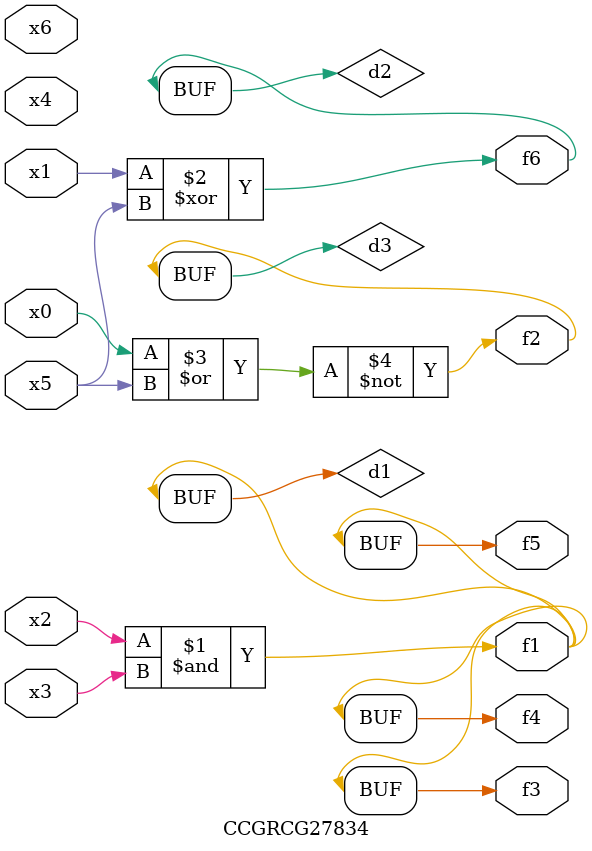
<source format=v>
module CCGRCG27834(
	input x0, x1, x2, x3, x4, x5, x6,
	output f1, f2, f3, f4, f5, f6
);

	wire d1, d2, d3;

	and (d1, x2, x3);
	xor (d2, x1, x5);
	nor (d3, x0, x5);
	assign f1 = d1;
	assign f2 = d3;
	assign f3 = d1;
	assign f4 = d1;
	assign f5 = d1;
	assign f6 = d2;
endmodule

</source>
